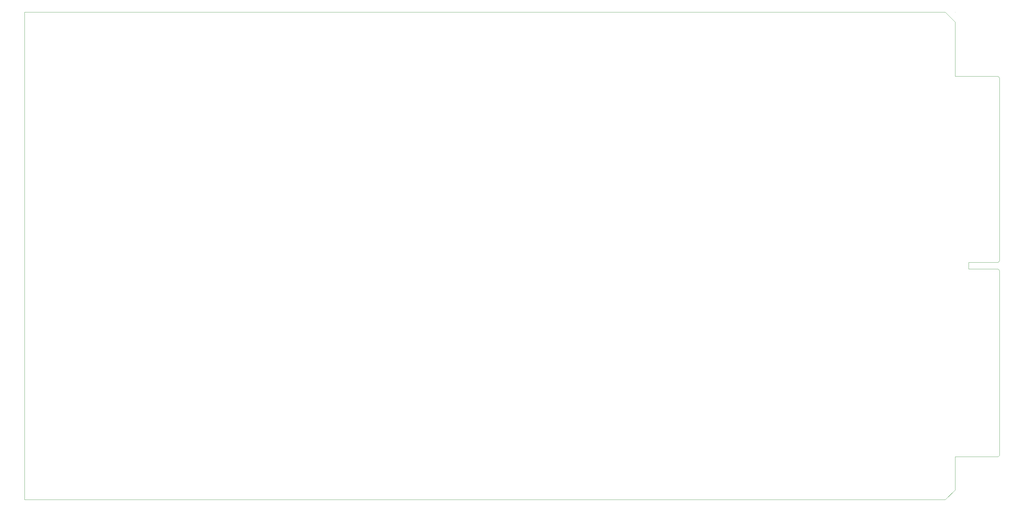
<source format=gbr>
%TF.GenerationSoftware,KiCad,Pcbnew,8.0.2*%
%TF.CreationDate,2024-05-20T20:21:16+02:00*%
%TF.ProjectId,ExtenderNarrow_56pin,45787465-6e64-4657-924e-6172726f775f,rev?*%
%TF.SameCoordinates,Original*%
%TF.FileFunction,Profile,NP*%
%FSLAX46Y46*%
G04 Gerber Fmt 4.6, Leading zero omitted, Abs format (unit mm)*
G04 Created by KiCad (PCBNEW 8.0.2) date 2024-05-20 20:21:16*
%MOMM*%
%LPD*%
G01*
G04 APERTURE LIST*
%TA.AperFunction,Profile*%
%ADD10C,0.050000*%
%TD*%
G04 APERTURE END LIST*
D10*
X326190000Y-191660000D02*
X323190000Y-194660000D01*
X326190000Y-47700000D02*
X323190000Y-44700000D01*
X326190000Y-47700000D02*
X326190000Y-64400000D01*
X326190000Y-44700000D02*
X326200000Y-44700000D01*
X40210000Y-180460000D02*
X40210000Y-194660000D01*
X323190000Y-194660000D02*
X40210000Y-194660000D01*
X326190000Y-181460000D02*
X326190000Y-191660000D01*
X40210000Y-44700000D02*
X40210000Y-64400000D01*
X323190000Y-44700000D02*
X40210000Y-44700000D01*
X330600000Y-181460000D02*
X326190000Y-181460000D01*
X330600000Y-64400000D02*
X326190000Y-64400000D01*
%TO.C,J57*%
X40210000Y-66400000D02*
X40210000Y-64400000D01*
X40210000Y-121150000D02*
X40210000Y-66400000D01*
X40210000Y-121150000D02*
X40210000Y-124210000D01*
X40210000Y-124210000D02*
X40210000Y-178960000D01*
X40210000Y-180460000D02*
X40210000Y-178960000D01*
%TO.C,J58*%
X339400000Y-181460000D02*
X330600000Y-181460000D01*
X339900000Y-180960000D02*
X339400000Y-181460000D01*
X339900000Y-178960000D02*
X339900000Y-180960000D01*
X339900000Y-124210000D02*
X339900000Y-178960000D01*
X330400000Y-123710000D02*
X330400000Y-121650000D01*
X339400000Y-123710000D02*
X339900000Y-124210000D01*
X339400000Y-123710000D02*
X330400000Y-123710000D01*
X330400000Y-121650000D02*
X339400000Y-121650000D01*
X339400000Y-121650000D02*
X339900000Y-121150000D01*
X339900000Y-121150000D02*
X339900000Y-66400000D01*
X339900000Y-64900000D02*
X339900000Y-66400000D01*
X339400000Y-64400000D02*
X339900000Y-64900000D01*
X339400000Y-64400000D02*
X330600000Y-64400000D01*
%TD*%
M02*

</source>
